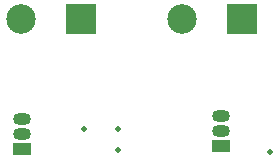
<source format=gbr>
G04 #@! TF.GenerationSoftware,KiCad,Pcbnew,(5.1.5)-3*
G04 #@! TF.CreationDate,2020-12-06T22:53:45+02:00*
G04 #@! TF.ProjectId,Single_transistor_AMP,53696e67-6c65-45f7-9472-616e73697374,V1.0*
G04 #@! TF.SameCoordinates,Original*
G04 #@! TF.FileFunction,Copper,L3,Inr*
G04 #@! TF.FilePolarity,Positive*
%FSLAX46Y46*%
G04 Gerber Fmt 4.6, Leading zero omitted, Abs format (unit mm)*
G04 Created by KiCad (PCBNEW (5.1.5)-3) date 2020-12-06 22:53:45*
%MOMM*%
%LPD*%
G04 APERTURE LIST*
%ADD10R,1.500000X1.050000*%
%ADD11O,1.500000X1.050000*%
%ADD12C,2.500000*%
%ADD13R,2.500000X2.500000*%
%ADD14C,0.500000*%
G04 APERTURE END LIST*
D10*
X154559000Y-115354100D03*
D11*
X154559000Y-112814100D03*
X154559000Y-114084100D03*
D10*
X137718800Y-115582700D03*
D11*
X137718800Y-113042700D03*
X137718800Y-114312700D03*
D12*
X151257000Y-104559100D03*
D13*
X156337000Y-104559100D03*
D12*
X137693400Y-104559100D03*
D13*
X142773400Y-104559100D03*
D14*
X158750000Y-115874800D03*
X145859500Y-115684300D03*
X145859500Y-113944400D03*
X143027400Y-113944400D03*
M02*

</source>
